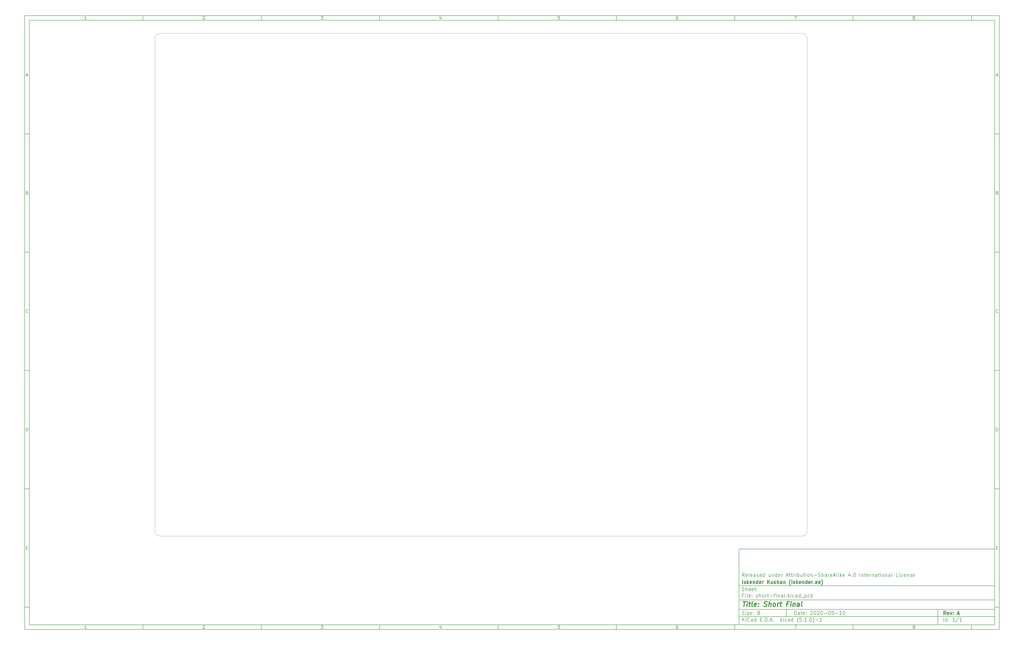
<source format=gbr>
G04 #@! TF.GenerationSoftware,KiCad,Pcbnew,(5.1.0)-1*
G04 #@! TF.CreationDate,2020-05-10T15:52:10-07:00*
G04 #@! TF.ProjectId,short-final,73686f72-742d-4666-996e-616c2e6b6963,A*
G04 #@! TF.SameCoordinates,Original*
G04 #@! TF.FileFunction,Profile,NP*
%FSLAX46Y46*%
G04 Gerber Fmt 4.6, Leading zero omitted, Abs format (unit mm)*
G04 Created by KiCad (PCBNEW (5.1.0)-1) date 2020-05-10 15:52:10*
%MOMM*%
%LPD*%
G04 APERTURE LIST*
%ADD10C,0.100000*%
%ADD11C,0.150000*%
%ADD12C,0.300000*%
%ADD13C,0.400000*%
%ADD14C,0.050000*%
G04 APERTURE END LIST*
D10*
D11*
X311800000Y-235400000D02*
X311800000Y-267400000D01*
X419800000Y-267400000D01*
X419800000Y-235400000D01*
X311800000Y-235400000D01*
D10*
D11*
X10000000Y-10000000D02*
X10000000Y-269400000D01*
X421800000Y-269400000D01*
X421800000Y-10000000D01*
X10000000Y-10000000D01*
D10*
D11*
X12000000Y-12000000D02*
X12000000Y-267400000D01*
X419800000Y-267400000D01*
X419800000Y-12000000D01*
X12000000Y-12000000D01*
D10*
D11*
X60000000Y-12000000D02*
X60000000Y-10000000D01*
D10*
D11*
X110000000Y-12000000D02*
X110000000Y-10000000D01*
D10*
D11*
X160000000Y-12000000D02*
X160000000Y-10000000D01*
D10*
D11*
X210000000Y-12000000D02*
X210000000Y-10000000D01*
D10*
D11*
X260000000Y-12000000D02*
X260000000Y-10000000D01*
D10*
D11*
X310000000Y-12000000D02*
X310000000Y-10000000D01*
D10*
D11*
X360000000Y-12000000D02*
X360000000Y-10000000D01*
D10*
D11*
X410000000Y-12000000D02*
X410000000Y-10000000D01*
D10*
D11*
X36065476Y-11588095D02*
X35322619Y-11588095D01*
X35694047Y-11588095D02*
X35694047Y-10288095D01*
X35570238Y-10473809D01*
X35446428Y-10597619D01*
X35322619Y-10659523D01*
D10*
D11*
X85322619Y-10411904D02*
X85384523Y-10350000D01*
X85508333Y-10288095D01*
X85817857Y-10288095D01*
X85941666Y-10350000D01*
X86003571Y-10411904D01*
X86065476Y-10535714D01*
X86065476Y-10659523D01*
X86003571Y-10845238D01*
X85260714Y-11588095D01*
X86065476Y-11588095D01*
D10*
D11*
X135260714Y-10288095D02*
X136065476Y-10288095D01*
X135632142Y-10783333D01*
X135817857Y-10783333D01*
X135941666Y-10845238D01*
X136003571Y-10907142D01*
X136065476Y-11030952D01*
X136065476Y-11340476D01*
X136003571Y-11464285D01*
X135941666Y-11526190D01*
X135817857Y-11588095D01*
X135446428Y-11588095D01*
X135322619Y-11526190D01*
X135260714Y-11464285D01*
D10*
D11*
X185941666Y-10721428D02*
X185941666Y-11588095D01*
X185632142Y-10226190D02*
X185322619Y-11154761D01*
X186127380Y-11154761D01*
D10*
D11*
X236003571Y-10288095D02*
X235384523Y-10288095D01*
X235322619Y-10907142D01*
X235384523Y-10845238D01*
X235508333Y-10783333D01*
X235817857Y-10783333D01*
X235941666Y-10845238D01*
X236003571Y-10907142D01*
X236065476Y-11030952D01*
X236065476Y-11340476D01*
X236003571Y-11464285D01*
X235941666Y-11526190D01*
X235817857Y-11588095D01*
X235508333Y-11588095D01*
X235384523Y-11526190D01*
X235322619Y-11464285D01*
D10*
D11*
X285941666Y-10288095D02*
X285694047Y-10288095D01*
X285570238Y-10350000D01*
X285508333Y-10411904D01*
X285384523Y-10597619D01*
X285322619Y-10845238D01*
X285322619Y-11340476D01*
X285384523Y-11464285D01*
X285446428Y-11526190D01*
X285570238Y-11588095D01*
X285817857Y-11588095D01*
X285941666Y-11526190D01*
X286003571Y-11464285D01*
X286065476Y-11340476D01*
X286065476Y-11030952D01*
X286003571Y-10907142D01*
X285941666Y-10845238D01*
X285817857Y-10783333D01*
X285570238Y-10783333D01*
X285446428Y-10845238D01*
X285384523Y-10907142D01*
X285322619Y-11030952D01*
D10*
D11*
X335260714Y-10288095D02*
X336127380Y-10288095D01*
X335570238Y-11588095D01*
D10*
D11*
X385570238Y-10845238D02*
X385446428Y-10783333D01*
X385384523Y-10721428D01*
X385322619Y-10597619D01*
X385322619Y-10535714D01*
X385384523Y-10411904D01*
X385446428Y-10350000D01*
X385570238Y-10288095D01*
X385817857Y-10288095D01*
X385941666Y-10350000D01*
X386003571Y-10411904D01*
X386065476Y-10535714D01*
X386065476Y-10597619D01*
X386003571Y-10721428D01*
X385941666Y-10783333D01*
X385817857Y-10845238D01*
X385570238Y-10845238D01*
X385446428Y-10907142D01*
X385384523Y-10969047D01*
X385322619Y-11092857D01*
X385322619Y-11340476D01*
X385384523Y-11464285D01*
X385446428Y-11526190D01*
X385570238Y-11588095D01*
X385817857Y-11588095D01*
X385941666Y-11526190D01*
X386003571Y-11464285D01*
X386065476Y-11340476D01*
X386065476Y-11092857D01*
X386003571Y-10969047D01*
X385941666Y-10907142D01*
X385817857Y-10845238D01*
D10*
D11*
X60000000Y-267400000D02*
X60000000Y-269400000D01*
D10*
D11*
X110000000Y-267400000D02*
X110000000Y-269400000D01*
D10*
D11*
X160000000Y-267400000D02*
X160000000Y-269400000D01*
D10*
D11*
X210000000Y-267400000D02*
X210000000Y-269400000D01*
D10*
D11*
X260000000Y-267400000D02*
X260000000Y-269400000D01*
D10*
D11*
X310000000Y-267400000D02*
X310000000Y-269400000D01*
D10*
D11*
X360000000Y-267400000D02*
X360000000Y-269400000D01*
D10*
D11*
X410000000Y-267400000D02*
X410000000Y-269400000D01*
D10*
D11*
X36065476Y-268988095D02*
X35322619Y-268988095D01*
X35694047Y-268988095D02*
X35694047Y-267688095D01*
X35570238Y-267873809D01*
X35446428Y-267997619D01*
X35322619Y-268059523D01*
D10*
D11*
X85322619Y-267811904D02*
X85384523Y-267750000D01*
X85508333Y-267688095D01*
X85817857Y-267688095D01*
X85941666Y-267750000D01*
X86003571Y-267811904D01*
X86065476Y-267935714D01*
X86065476Y-268059523D01*
X86003571Y-268245238D01*
X85260714Y-268988095D01*
X86065476Y-268988095D01*
D10*
D11*
X135260714Y-267688095D02*
X136065476Y-267688095D01*
X135632142Y-268183333D01*
X135817857Y-268183333D01*
X135941666Y-268245238D01*
X136003571Y-268307142D01*
X136065476Y-268430952D01*
X136065476Y-268740476D01*
X136003571Y-268864285D01*
X135941666Y-268926190D01*
X135817857Y-268988095D01*
X135446428Y-268988095D01*
X135322619Y-268926190D01*
X135260714Y-268864285D01*
D10*
D11*
X185941666Y-268121428D02*
X185941666Y-268988095D01*
X185632142Y-267626190D02*
X185322619Y-268554761D01*
X186127380Y-268554761D01*
D10*
D11*
X236003571Y-267688095D02*
X235384523Y-267688095D01*
X235322619Y-268307142D01*
X235384523Y-268245238D01*
X235508333Y-268183333D01*
X235817857Y-268183333D01*
X235941666Y-268245238D01*
X236003571Y-268307142D01*
X236065476Y-268430952D01*
X236065476Y-268740476D01*
X236003571Y-268864285D01*
X235941666Y-268926190D01*
X235817857Y-268988095D01*
X235508333Y-268988095D01*
X235384523Y-268926190D01*
X235322619Y-268864285D01*
D10*
D11*
X285941666Y-267688095D02*
X285694047Y-267688095D01*
X285570238Y-267750000D01*
X285508333Y-267811904D01*
X285384523Y-267997619D01*
X285322619Y-268245238D01*
X285322619Y-268740476D01*
X285384523Y-268864285D01*
X285446428Y-268926190D01*
X285570238Y-268988095D01*
X285817857Y-268988095D01*
X285941666Y-268926190D01*
X286003571Y-268864285D01*
X286065476Y-268740476D01*
X286065476Y-268430952D01*
X286003571Y-268307142D01*
X285941666Y-268245238D01*
X285817857Y-268183333D01*
X285570238Y-268183333D01*
X285446428Y-268245238D01*
X285384523Y-268307142D01*
X285322619Y-268430952D01*
D10*
D11*
X335260714Y-267688095D02*
X336127380Y-267688095D01*
X335570238Y-268988095D01*
D10*
D11*
X385570238Y-268245238D02*
X385446428Y-268183333D01*
X385384523Y-268121428D01*
X385322619Y-267997619D01*
X385322619Y-267935714D01*
X385384523Y-267811904D01*
X385446428Y-267750000D01*
X385570238Y-267688095D01*
X385817857Y-267688095D01*
X385941666Y-267750000D01*
X386003571Y-267811904D01*
X386065476Y-267935714D01*
X386065476Y-267997619D01*
X386003571Y-268121428D01*
X385941666Y-268183333D01*
X385817857Y-268245238D01*
X385570238Y-268245238D01*
X385446428Y-268307142D01*
X385384523Y-268369047D01*
X385322619Y-268492857D01*
X385322619Y-268740476D01*
X385384523Y-268864285D01*
X385446428Y-268926190D01*
X385570238Y-268988095D01*
X385817857Y-268988095D01*
X385941666Y-268926190D01*
X386003571Y-268864285D01*
X386065476Y-268740476D01*
X386065476Y-268492857D01*
X386003571Y-268369047D01*
X385941666Y-268307142D01*
X385817857Y-268245238D01*
D10*
D11*
X10000000Y-60000000D02*
X12000000Y-60000000D01*
D10*
D11*
X10000000Y-110000000D02*
X12000000Y-110000000D01*
D10*
D11*
X10000000Y-160000000D02*
X12000000Y-160000000D01*
D10*
D11*
X10000000Y-210000000D02*
X12000000Y-210000000D01*
D10*
D11*
X10000000Y-260000000D02*
X12000000Y-260000000D01*
D10*
D11*
X10690476Y-35216666D02*
X11309523Y-35216666D01*
X10566666Y-35588095D02*
X11000000Y-34288095D01*
X11433333Y-35588095D01*
D10*
D11*
X11092857Y-84907142D02*
X11278571Y-84969047D01*
X11340476Y-85030952D01*
X11402380Y-85154761D01*
X11402380Y-85340476D01*
X11340476Y-85464285D01*
X11278571Y-85526190D01*
X11154761Y-85588095D01*
X10659523Y-85588095D01*
X10659523Y-84288095D01*
X11092857Y-84288095D01*
X11216666Y-84350000D01*
X11278571Y-84411904D01*
X11340476Y-84535714D01*
X11340476Y-84659523D01*
X11278571Y-84783333D01*
X11216666Y-84845238D01*
X11092857Y-84907142D01*
X10659523Y-84907142D01*
D10*
D11*
X11402380Y-135464285D02*
X11340476Y-135526190D01*
X11154761Y-135588095D01*
X11030952Y-135588095D01*
X10845238Y-135526190D01*
X10721428Y-135402380D01*
X10659523Y-135278571D01*
X10597619Y-135030952D01*
X10597619Y-134845238D01*
X10659523Y-134597619D01*
X10721428Y-134473809D01*
X10845238Y-134350000D01*
X11030952Y-134288095D01*
X11154761Y-134288095D01*
X11340476Y-134350000D01*
X11402380Y-134411904D01*
D10*
D11*
X10659523Y-185588095D02*
X10659523Y-184288095D01*
X10969047Y-184288095D01*
X11154761Y-184350000D01*
X11278571Y-184473809D01*
X11340476Y-184597619D01*
X11402380Y-184845238D01*
X11402380Y-185030952D01*
X11340476Y-185278571D01*
X11278571Y-185402380D01*
X11154761Y-185526190D01*
X10969047Y-185588095D01*
X10659523Y-185588095D01*
D10*
D11*
X10721428Y-234907142D02*
X11154761Y-234907142D01*
X11340476Y-235588095D02*
X10721428Y-235588095D01*
X10721428Y-234288095D01*
X11340476Y-234288095D01*
D10*
D11*
X421800000Y-60000000D02*
X419800000Y-60000000D01*
D10*
D11*
X421800000Y-110000000D02*
X419800000Y-110000000D01*
D10*
D11*
X421800000Y-160000000D02*
X419800000Y-160000000D01*
D10*
D11*
X421800000Y-210000000D02*
X419800000Y-210000000D01*
D10*
D11*
X421800000Y-260000000D02*
X419800000Y-260000000D01*
D10*
D11*
X420490476Y-35216666D02*
X421109523Y-35216666D01*
X420366666Y-35588095D02*
X420800000Y-34288095D01*
X421233333Y-35588095D01*
D10*
D11*
X420892857Y-84907142D02*
X421078571Y-84969047D01*
X421140476Y-85030952D01*
X421202380Y-85154761D01*
X421202380Y-85340476D01*
X421140476Y-85464285D01*
X421078571Y-85526190D01*
X420954761Y-85588095D01*
X420459523Y-85588095D01*
X420459523Y-84288095D01*
X420892857Y-84288095D01*
X421016666Y-84350000D01*
X421078571Y-84411904D01*
X421140476Y-84535714D01*
X421140476Y-84659523D01*
X421078571Y-84783333D01*
X421016666Y-84845238D01*
X420892857Y-84907142D01*
X420459523Y-84907142D01*
D10*
D11*
X421202380Y-135464285D02*
X421140476Y-135526190D01*
X420954761Y-135588095D01*
X420830952Y-135588095D01*
X420645238Y-135526190D01*
X420521428Y-135402380D01*
X420459523Y-135278571D01*
X420397619Y-135030952D01*
X420397619Y-134845238D01*
X420459523Y-134597619D01*
X420521428Y-134473809D01*
X420645238Y-134350000D01*
X420830952Y-134288095D01*
X420954761Y-134288095D01*
X421140476Y-134350000D01*
X421202380Y-134411904D01*
D10*
D11*
X420459523Y-185588095D02*
X420459523Y-184288095D01*
X420769047Y-184288095D01*
X420954761Y-184350000D01*
X421078571Y-184473809D01*
X421140476Y-184597619D01*
X421202380Y-184845238D01*
X421202380Y-185030952D01*
X421140476Y-185278571D01*
X421078571Y-185402380D01*
X420954761Y-185526190D01*
X420769047Y-185588095D01*
X420459523Y-185588095D01*
D10*
D11*
X420521428Y-234907142D02*
X420954761Y-234907142D01*
X421140476Y-235588095D02*
X420521428Y-235588095D01*
X420521428Y-234288095D01*
X421140476Y-234288095D01*
D10*
D11*
X335232142Y-263178571D02*
X335232142Y-261678571D01*
X335589285Y-261678571D01*
X335803571Y-261750000D01*
X335946428Y-261892857D01*
X336017857Y-262035714D01*
X336089285Y-262321428D01*
X336089285Y-262535714D01*
X336017857Y-262821428D01*
X335946428Y-262964285D01*
X335803571Y-263107142D01*
X335589285Y-263178571D01*
X335232142Y-263178571D01*
X337375000Y-263178571D02*
X337375000Y-262392857D01*
X337303571Y-262250000D01*
X337160714Y-262178571D01*
X336875000Y-262178571D01*
X336732142Y-262250000D01*
X337375000Y-263107142D02*
X337232142Y-263178571D01*
X336875000Y-263178571D01*
X336732142Y-263107142D01*
X336660714Y-262964285D01*
X336660714Y-262821428D01*
X336732142Y-262678571D01*
X336875000Y-262607142D01*
X337232142Y-262607142D01*
X337375000Y-262535714D01*
X337875000Y-262178571D02*
X338446428Y-262178571D01*
X338089285Y-261678571D02*
X338089285Y-262964285D01*
X338160714Y-263107142D01*
X338303571Y-263178571D01*
X338446428Y-263178571D01*
X339517857Y-263107142D02*
X339375000Y-263178571D01*
X339089285Y-263178571D01*
X338946428Y-263107142D01*
X338875000Y-262964285D01*
X338875000Y-262392857D01*
X338946428Y-262250000D01*
X339089285Y-262178571D01*
X339375000Y-262178571D01*
X339517857Y-262250000D01*
X339589285Y-262392857D01*
X339589285Y-262535714D01*
X338875000Y-262678571D01*
X340232142Y-263035714D02*
X340303571Y-263107142D01*
X340232142Y-263178571D01*
X340160714Y-263107142D01*
X340232142Y-263035714D01*
X340232142Y-263178571D01*
X340232142Y-262250000D02*
X340303571Y-262321428D01*
X340232142Y-262392857D01*
X340160714Y-262321428D01*
X340232142Y-262250000D01*
X340232142Y-262392857D01*
X342017857Y-261821428D02*
X342089285Y-261750000D01*
X342232142Y-261678571D01*
X342589285Y-261678571D01*
X342732142Y-261750000D01*
X342803571Y-261821428D01*
X342875000Y-261964285D01*
X342875000Y-262107142D01*
X342803571Y-262321428D01*
X341946428Y-263178571D01*
X342875000Y-263178571D01*
X343803571Y-261678571D02*
X343946428Y-261678571D01*
X344089285Y-261750000D01*
X344160714Y-261821428D01*
X344232142Y-261964285D01*
X344303571Y-262250000D01*
X344303571Y-262607142D01*
X344232142Y-262892857D01*
X344160714Y-263035714D01*
X344089285Y-263107142D01*
X343946428Y-263178571D01*
X343803571Y-263178571D01*
X343660714Y-263107142D01*
X343589285Y-263035714D01*
X343517857Y-262892857D01*
X343446428Y-262607142D01*
X343446428Y-262250000D01*
X343517857Y-261964285D01*
X343589285Y-261821428D01*
X343660714Y-261750000D01*
X343803571Y-261678571D01*
X344875000Y-261821428D02*
X344946428Y-261750000D01*
X345089285Y-261678571D01*
X345446428Y-261678571D01*
X345589285Y-261750000D01*
X345660714Y-261821428D01*
X345732142Y-261964285D01*
X345732142Y-262107142D01*
X345660714Y-262321428D01*
X344803571Y-263178571D01*
X345732142Y-263178571D01*
X346660714Y-261678571D02*
X346803571Y-261678571D01*
X346946428Y-261750000D01*
X347017857Y-261821428D01*
X347089285Y-261964285D01*
X347160714Y-262250000D01*
X347160714Y-262607142D01*
X347089285Y-262892857D01*
X347017857Y-263035714D01*
X346946428Y-263107142D01*
X346803571Y-263178571D01*
X346660714Y-263178571D01*
X346517857Y-263107142D01*
X346446428Y-263035714D01*
X346375000Y-262892857D01*
X346303571Y-262607142D01*
X346303571Y-262250000D01*
X346375000Y-261964285D01*
X346446428Y-261821428D01*
X346517857Y-261750000D01*
X346660714Y-261678571D01*
X347803571Y-262607142D02*
X348946428Y-262607142D01*
X349946428Y-261678571D02*
X350089285Y-261678571D01*
X350232142Y-261750000D01*
X350303571Y-261821428D01*
X350375000Y-261964285D01*
X350446428Y-262250000D01*
X350446428Y-262607142D01*
X350375000Y-262892857D01*
X350303571Y-263035714D01*
X350232142Y-263107142D01*
X350089285Y-263178571D01*
X349946428Y-263178571D01*
X349803571Y-263107142D01*
X349732142Y-263035714D01*
X349660714Y-262892857D01*
X349589285Y-262607142D01*
X349589285Y-262250000D01*
X349660714Y-261964285D01*
X349732142Y-261821428D01*
X349803571Y-261750000D01*
X349946428Y-261678571D01*
X351803571Y-261678571D02*
X351089285Y-261678571D01*
X351017857Y-262392857D01*
X351089285Y-262321428D01*
X351232142Y-262250000D01*
X351589285Y-262250000D01*
X351732142Y-262321428D01*
X351803571Y-262392857D01*
X351875000Y-262535714D01*
X351875000Y-262892857D01*
X351803571Y-263035714D01*
X351732142Y-263107142D01*
X351589285Y-263178571D01*
X351232142Y-263178571D01*
X351089285Y-263107142D01*
X351017857Y-263035714D01*
X352517857Y-262607142D02*
X353660714Y-262607142D01*
X355160714Y-263178571D02*
X354303571Y-263178571D01*
X354732142Y-263178571D02*
X354732142Y-261678571D01*
X354589285Y-261892857D01*
X354446428Y-262035714D01*
X354303571Y-262107142D01*
X356089285Y-261678571D02*
X356232142Y-261678571D01*
X356375000Y-261750000D01*
X356446428Y-261821428D01*
X356517857Y-261964285D01*
X356589285Y-262250000D01*
X356589285Y-262607142D01*
X356517857Y-262892857D01*
X356446428Y-263035714D01*
X356375000Y-263107142D01*
X356232142Y-263178571D01*
X356089285Y-263178571D01*
X355946428Y-263107142D01*
X355875000Y-263035714D01*
X355803571Y-262892857D01*
X355732142Y-262607142D01*
X355732142Y-262250000D01*
X355803571Y-261964285D01*
X355875000Y-261821428D01*
X355946428Y-261750000D01*
X356089285Y-261678571D01*
D10*
D11*
X311800000Y-263900000D02*
X419800000Y-263900000D01*
D10*
D11*
X313232142Y-265978571D02*
X313232142Y-264478571D01*
X314089285Y-265978571D02*
X313446428Y-265121428D01*
X314089285Y-264478571D02*
X313232142Y-265335714D01*
X314732142Y-265978571D02*
X314732142Y-264978571D01*
X314732142Y-264478571D02*
X314660714Y-264550000D01*
X314732142Y-264621428D01*
X314803571Y-264550000D01*
X314732142Y-264478571D01*
X314732142Y-264621428D01*
X316303571Y-265835714D02*
X316232142Y-265907142D01*
X316017857Y-265978571D01*
X315875000Y-265978571D01*
X315660714Y-265907142D01*
X315517857Y-265764285D01*
X315446428Y-265621428D01*
X315375000Y-265335714D01*
X315375000Y-265121428D01*
X315446428Y-264835714D01*
X315517857Y-264692857D01*
X315660714Y-264550000D01*
X315875000Y-264478571D01*
X316017857Y-264478571D01*
X316232142Y-264550000D01*
X316303571Y-264621428D01*
X317589285Y-265978571D02*
X317589285Y-265192857D01*
X317517857Y-265050000D01*
X317375000Y-264978571D01*
X317089285Y-264978571D01*
X316946428Y-265050000D01*
X317589285Y-265907142D02*
X317446428Y-265978571D01*
X317089285Y-265978571D01*
X316946428Y-265907142D01*
X316875000Y-265764285D01*
X316875000Y-265621428D01*
X316946428Y-265478571D01*
X317089285Y-265407142D01*
X317446428Y-265407142D01*
X317589285Y-265335714D01*
X318946428Y-265978571D02*
X318946428Y-264478571D01*
X318946428Y-265907142D02*
X318803571Y-265978571D01*
X318517857Y-265978571D01*
X318375000Y-265907142D01*
X318303571Y-265835714D01*
X318232142Y-265692857D01*
X318232142Y-265264285D01*
X318303571Y-265121428D01*
X318375000Y-265050000D01*
X318517857Y-264978571D01*
X318803571Y-264978571D01*
X318946428Y-265050000D01*
X320803571Y-265192857D02*
X321303571Y-265192857D01*
X321517857Y-265978571D02*
X320803571Y-265978571D01*
X320803571Y-264478571D01*
X321517857Y-264478571D01*
X322160714Y-265835714D02*
X322232142Y-265907142D01*
X322160714Y-265978571D01*
X322089285Y-265907142D01*
X322160714Y-265835714D01*
X322160714Y-265978571D01*
X322875000Y-265978571D02*
X322875000Y-264478571D01*
X323232142Y-264478571D01*
X323446428Y-264550000D01*
X323589285Y-264692857D01*
X323660714Y-264835714D01*
X323732142Y-265121428D01*
X323732142Y-265335714D01*
X323660714Y-265621428D01*
X323589285Y-265764285D01*
X323446428Y-265907142D01*
X323232142Y-265978571D01*
X322875000Y-265978571D01*
X324375000Y-265835714D02*
X324446428Y-265907142D01*
X324375000Y-265978571D01*
X324303571Y-265907142D01*
X324375000Y-265835714D01*
X324375000Y-265978571D01*
X325017857Y-265550000D02*
X325732142Y-265550000D01*
X324875000Y-265978571D02*
X325375000Y-264478571D01*
X325875000Y-265978571D01*
X326375000Y-265835714D02*
X326446428Y-265907142D01*
X326375000Y-265978571D01*
X326303571Y-265907142D01*
X326375000Y-265835714D01*
X326375000Y-265978571D01*
X329375000Y-265978571D02*
X329375000Y-264478571D01*
X329517857Y-265407142D02*
X329946428Y-265978571D01*
X329946428Y-264978571D02*
X329375000Y-265550000D01*
X330589285Y-265978571D02*
X330589285Y-264978571D01*
X330589285Y-264478571D02*
X330517857Y-264550000D01*
X330589285Y-264621428D01*
X330660714Y-264550000D01*
X330589285Y-264478571D01*
X330589285Y-264621428D01*
X331946428Y-265907142D02*
X331803571Y-265978571D01*
X331517857Y-265978571D01*
X331375000Y-265907142D01*
X331303571Y-265835714D01*
X331232142Y-265692857D01*
X331232142Y-265264285D01*
X331303571Y-265121428D01*
X331375000Y-265050000D01*
X331517857Y-264978571D01*
X331803571Y-264978571D01*
X331946428Y-265050000D01*
X333232142Y-265978571D02*
X333232142Y-265192857D01*
X333160714Y-265050000D01*
X333017857Y-264978571D01*
X332732142Y-264978571D01*
X332589285Y-265050000D01*
X333232142Y-265907142D02*
X333089285Y-265978571D01*
X332732142Y-265978571D01*
X332589285Y-265907142D01*
X332517857Y-265764285D01*
X332517857Y-265621428D01*
X332589285Y-265478571D01*
X332732142Y-265407142D01*
X333089285Y-265407142D01*
X333232142Y-265335714D01*
X334589285Y-265978571D02*
X334589285Y-264478571D01*
X334589285Y-265907142D02*
X334446428Y-265978571D01*
X334160714Y-265978571D01*
X334017857Y-265907142D01*
X333946428Y-265835714D01*
X333875000Y-265692857D01*
X333875000Y-265264285D01*
X333946428Y-265121428D01*
X334017857Y-265050000D01*
X334160714Y-264978571D01*
X334446428Y-264978571D01*
X334589285Y-265050000D01*
X336875000Y-266550000D02*
X336803571Y-266478571D01*
X336660714Y-266264285D01*
X336589285Y-266121428D01*
X336517857Y-265907142D01*
X336446428Y-265550000D01*
X336446428Y-265264285D01*
X336517857Y-264907142D01*
X336589285Y-264692857D01*
X336660714Y-264550000D01*
X336803571Y-264335714D01*
X336875000Y-264264285D01*
X338160714Y-264478571D02*
X337446428Y-264478571D01*
X337375000Y-265192857D01*
X337446428Y-265121428D01*
X337589285Y-265050000D01*
X337946428Y-265050000D01*
X338089285Y-265121428D01*
X338160714Y-265192857D01*
X338232142Y-265335714D01*
X338232142Y-265692857D01*
X338160714Y-265835714D01*
X338089285Y-265907142D01*
X337946428Y-265978571D01*
X337589285Y-265978571D01*
X337446428Y-265907142D01*
X337375000Y-265835714D01*
X338875000Y-265835714D02*
X338946428Y-265907142D01*
X338875000Y-265978571D01*
X338803571Y-265907142D01*
X338875000Y-265835714D01*
X338875000Y-265978571D01*
X340375000Y-265978571D02*
X339517857Y-265978571D01*
X339946428Y-265978571D02*
X339946428Y-264478571D01*
X339803571Y-264692857D01*
X339660714Y-264835714D01*
X339517857Y-264907142D01*
X341017857Y-265835714D02*
X341089285Y-265907142D01*
X341017857Y-265978571D01*
X340946428Y-265907142D01*
X341017857Y-265835714D01*
X341017857Y-265978571D01*
X342017857Y-264478571D02*
X342160714Y-264478571D01*
X342303571Y-264550000D01*
X342375000Y-264621428D01*
X342446428Y-264764285D01*
X342517857Y-265050000D01*
X342517857Y-265407142D01*
X342446428Y-265692857D01*
X342375000Y-265835714D01*
X342303571Y-265907142D01*
X342160714Y-265978571D01*
X342017857Y-265978571D01*
X341875000Y-265907142D01*
X341803571Y-265835714D01*
X341732142Y-265692857D01*
X341660714Y-265407142D01*
X341660714Y-265050000D01*
X341732142Y-264764285D01*
X341803571Y-264621428D01*
X341875000Y-264550000D01*
X342017857Y-264478571D01*
X343017857Y-266550000D02*
X343089285Y-266478571D01*
X343232142Y-266264285D01*
X343303571Y-266121428D01*
X343375000Y-265907142D01*
X343446428Y-265550000D01*
X343446428Y-265264285D01*
X343375000Y-264907142D01*
X343303571Y-264692857D01*
X343232142Y-264550000D01*
X343089285Y-264335714D01*
X343017857Y-264264285D01*
X344160714Y-265407142D02*
X345303571Y-265407142D01*
X346803571Y-265978571D02*
X345946428Y-265978571D01*
X346375000Y-265978571D02*
X346375000Y-264478571D01*
X346232142Y-264692857D01*
X346089285Y-264835714D01*
X345946428Y-264907142D01*
D10*
D11*
X311800000Y-260900000D02*
X419800000Y-260900000D01*
D10*
D12*
X399209285Y-263178571D02*
X398709285Y-262464285D01*
X398352142Y-263178571D02*
X398352142Y-261678571D01*
X398923571Y-261678571D01*
X399066428Y-261750000D01*
X399137857Y-261821428D01*
X399209285Y-261964285D01*
X399209285Y-262178571D01*
X399137857Y-262321428D01*
X399066428Y-262392857D01*
X398923571Y-262464285D01*
X398352142Y-262464285D01*
X400423571Y-263107142D02*
X400280714Y-263178571D01*
X399995000Y-263178571D01*
X399852142Y-263107142D01*
X399780714Y-262964285D01*
X399780714Y-262392857D01*
X399852142Y-262250000D01*
X399995000Y-262178571D01*
X400280714Y-262178571D01*
X400423571Y-262250000D01*
X400495000Y-262392857D01*
X400495000Y-262535714D01*
X399780714Y-262678571D01*
X400995000Y-262178571D02*
X401352142Y-263178571D01*
X401709285Y-262178571D01*
X402280714Y-263035714D02*
X402352142Y-263107142D01*
X402280714Y-263178571D01*
X402209285Y-263107142D01*
X402280714Y-263035714D01*
X402280714Y-263178571D01*
X402280714Y-262250000D02*
X402352142Y-262321428D01*
X402280714Y-262392857D01*
X402209285Y-262321428D01*
X402280714Y-262250000D01*
X402280714Y-262392857D01*
X404066428Y-262750000D02*
X404780714Y-262750000D01*
X403923571Y-263178571D02*
X404423571Y-261678571D01*
X404923571Y-263178571D01*
D10*
D11*
X313160714Y-263107142D02*
X313375000Y-263178571D01*
X313732142Y-263178571D01*
X313875000Y-263107142D01*
X313946428Y-263035714D01*
X314017857Y-262892857D01*
X314017857Y-262750000D01*
X313946428Y-262607142D01*
X313875000Y-262535714D01*
X313732142Y-262464285D01*
X313446428Y-262392857D01*
X313303571Y-262321428D01*
X313232142Y-262250000D01*
X313160714Y-262107142D01*
X313160714Y-261964285D01*
X313232142Y-261821428D01*
X313303571Y-261750000D01*
X313446428Y-261678571D01*
X313803571Y-261678571D01*
X314017857Y-261750000D01*
X314660714Y-263178571D02*
X314660714Y-262178571D01*
X314660714Y-261678571D02*
X314589285Y-261750000D01*
X314660714Y-261821428D01*
X314732142Y-261750000D01*
X314660714Y-261678571D01*
X314660714Y-261821428D01*
X315232142Y-262178571D02*
X316017857Y-262178571D01*
X315232142Y-263178571D01*
X316017857Y-263178571D01*
X317160714Y-263107142D02*
X317017857Y-263178571D01*
X316732142Y-263178571D01*
X316589285Y-263107142D01*
X316517857Y-262964285D01*
X316517857Y-262392857D01*
X316589285Y-262250000D01*
X316732142Y-262178571D01*
X317017857Y-262178571D01*
X317160714Y-262250000D01*
X317232142Y-262392857D01*
X317232142Y-262535714D01*
X316517857Y-262678571D01*
X317875000Y-263035714D02*
X317946428Y-263107142D01*
X317875000Y-263178571D01*
X317803571Y-263107142D01*
X317875000Y-263035714D01*
X317875000Y-263178571D01*
X317875000Y-262250000D02*
X317946428Y-262321428D01*
X317875000Y-262392857D01*
X317803571Y-262321428D01*
X317875000Y-262250000D01*
X317875000Y-262392857D01*
X320232142Y-262392857D02*
X320446428Y-262464285D01*
X320517857Y-262535714D01*
X320589285Y-262678571D01*
X320589285Y-262892857D01*
X320517857Y-263035714D01*
X320446428Y-263107142D01*
X320303571Y-263178571D01*
X319732142Y-263178571D01*
X319732142Y-261678571D01*
X320232142Y-261678571D01*
X320375000Y-261750000D01*
X320446428Y-261821428D01*
X320517857Y-261964285D01*
X320517857Y-262107142D01*
X320446428Y-262250000D01*
X320375000Y-262321428D01*
X320232142Y-262392857D01*
X319732142Y-262392857D01*
D10*
D11*
X398232142Y-265978571D02*
X398232142Y-264478571D01*
X399589285Y-265978571D02*
X399589285Y-264478571D01*
X399589285Y-265907142D02*
X399446428Y-265978571D01*
X399160714Y-265978571D01*
X399017857Y-265907142D01*
X398946428Y-265835714D01*
X398875000Y-265692857D01*
X398875000Y-265264285D01*
X398946428Y-265121428D01*
X399017857Y-265050000D01*
X399160714Y-264978571D01*
X399446428Y-264978571D01*
X399589285Y-265050000D01*
X400303571Y-265835714D02*
X400375000Y-265907142D01*
X400303571Y-265978571D01*
X400232142Y-265907142D01*
X400303571Y-265835714D01*
X400303571Y-265978571D01*
X400303571Y-265050000D02*
X400375000Y-265121428D01*
X400303571Y-265192857D01*
X400232142Y-265121428D01*
X400303571Y-265050000D01*
X400303571Y-265192857D01*
X402946428Y-265978571D02*
X402089285Y-265978571D01*
X402517857Y-265978571D02*
X402517857Y-264478571D01*
X402375000Y-264692857D01*
X402232142Y-264835714D01*
X402089285Y-264907142D01*
X404660714Y-264407142D02*
X403375000Y-266335714D01*
X405946428Y-265978571D02*
X405089285Y-265978571D01*
X405517857Y-265978571D02*
X405517857Y-264478571D01*
X405375000Y-264692857D01*
X405232142Y-264835714D01*
X405089285Y-264907142D01*
D10*
D11*
X311800000Y-256900000D02*
X419800000Y-256900000D01*
D10*
D13*
X313512380Y-257604761D02*
X314655238Y-257604761D01*
X313833809Y-259604761D02*
X314083809Y-257604761D01*
X315071904Y-259604761D02*
X315238571Y-258271428D01*
X315321904Y-257604761D02*
X315214761Y-257700000D01*
X315298095Y-257795238D01*
X315405238Y-257700000D01*
X315321904Y-257604761D01*
X315298095Y-257795238D01*
X315905238Y-258271428D02*
X316667142Y-258271428D01*
X316274285Y-257604761D02*
X316060000Y-259319047D01*
X316131428Y-259509523D01*
X316310000Y-259604761D01*
X316500476Y-259604761D01*
X317452857Y-259604761D02*
X317274285Y-259509523D01*
X317202857Y-259319047D01*
X317417142Y-257604761D01*
X318988571Y-259509523D02*
X318786190Y-259604761D01*
X318405238Y-259604761D01*
X318226666Y-259509523D01*
X318155238Y-259319047D01*
X318250476Y-258557142D01*
X318369523Y-258366666D01*
X318571904Y-258271428D01*
X318952857Y-258271428D01*
X319131428Y-258366666D01*
X319202857Y-258557142D01*
X319179047Y-258747619D01*
X318202857Y-258938095D01*
X319952857Y-259414285D02*
X320036190Y-259509523D01*
X319929047Y-259604761D01*
X319845714Y-259509523D01*
X319952857Y-259414285D01*
X319929047Y-259604761D01*
X320083809Y-258366666D02*
X320167142Y-258461904D01*
X320060000Y-258557142D01*
X319976666Y-258461904D01*
X320083809Y-258366666D01*
X320060000Y-258557142D01*
X322321904Y-259509523D02*
X322595714Y-259604761D01*
X323071904Y-259604761D01*
X323274285Y-259509523D01*
X323381428Y-259414285D01*
X323500476Y-259223809D01*
X323524285Y-259033333D01*
X323452857Y-258842857D01*
X323369523Y-258747619D01*
X323190952Y-258652380D01*
X322821904Y-258557142D01*
X322643333Y-258461904D01*
X322560000Y-258366666D01*
X322488571Y-258176190D01*
X322512380Y-257985714D01*
X322631428Y-257795238D01*
X322738571Y-257700000D01*
X322940952Y-257604761D01*
X323417142Y-257604761D01*
X323690952Y-257700000D01*
X324310000Y-259604761D02*
X324560000Y-257604761D01*
X325167142Y-259604761D02*
X325298095Y-258557142D01*
X325226666Y-258366666D01*
X325048095Y-258271428D01*
X324762380Y-258271428D01*
X324560000Y-258366666D01*
X324452857Y-258461904D01*
X326405238Y-259604761D02*
X326226666Y-259509523D01*
X326143333Y-259414285D01*
X326071904Y-259223809D01*
X326143333Y-258652380D01*
X326262380Y-258461904D01*
X326369523Y-258366666D01*
X326571904Y-258271428D01*
X326857619Y-258271428D01*
X327036190Y-258366666D01*
X327119523Y-258461904D01*
X327190952Y-258652380D01*
X327119523Y-259223809D01*
X327000476Y-259414285D01*
X326893333Y-259509523D01*
X326690952Y-259604761D01*
X326405238Y-259604761D01*
X327929047Y-259604761D02*
X328095714Y-258271428D01*
X328048095Y-258652380D02*
X328167142Y-258461904D01*
X328274285Y-258366666D01*
X328476666Y-258271428D01*
X328667142Y-258271428D01*
X329048095Y-258271428D02*
X329810000Y-258271428D01*
X329417142Y-257604761D02*
X329202857Y-259319047D01*
X329274285Y-259509523D01*
X329452857Y-259604761D01*
X329643333Y-259604761D01*
X332631428Y-258557142D02*
X331964761Y-258557142D01*
X331833809Y-259604761D02*
X332083809Y-257604761D01*
X333036190Y-257604761D01*
X333548095Y-259604761D02*
X333714761Y-258271428D01*
X333798095Y-257604761D02*
X333690952Y-257700000D01*
X333774285Y-257795238D01*
X333881428Y-257700000D01*
X333798095Y-257604761D01*
X333774285Y-257795238D01*
X334667142Y-258271428D02*
X334500476Y-259604761D01*
X334643333Y-258461904D02*
X334750476Y-258366666D01*
X334952857Y-258271428D01*
X335238571Y-258271428D01*
X335417142Y-258366666D01*
X335488571Y-258557142D01*
X335357619Y-259604761D01*
X337167142Y-259604761D02*
X337298095Y-258557142D01*
X337226666Y-258366666D01*
X337048095Y-258271428D01*
X336667142Y-258271428D01*
X336464761Y-258366666D01*
X337179047Y-259509523D02*
X336976666Y-259604761D01*
X336500476Y-259604761D01*
X336321904Y-259509523D01*
X336250476Y-259319047D01*
X336274285Y-259128571D01*
X336393333Y-258938095D01*
X336595714Y-258842857D01*
X337071904Y-258842857D01*
X337274285Y-258747619D01*
X338405238Y-259604761D02*
X338226666Y-259509523D01*
X338155238Y-259319047D01*
X338369523Y-257604761D01*
D10*
D11*
X313732142Y-254992857D02*
X313232142Y-254992857D01*
X313232142Y-255778571D02*
X313232142Y-254278571D01*
X313946428Y-254278571D01*
X314517857Y-255778571D02*
X314517857Y-254778571D01*
X314517857Y-254278571D02*
X314446428Y-254350000D01*
X314517857Y-254421428D01*
X314589285Y-254350000D01*
X314517857Y-254278571D01*
X314517857Y-254421428D01*
X315446428Y-255778571D02*
X315303571Y-255707142D01*
X315232142Y-255564285D01*
X315232142Y-254278571D01*
X316589285Y-255707142D02*
X316446428Y-255778571D01*
X316160714Y-255778571D01*
X316017857Y-255707142D01*
X315946428Y-255564285D01*
X315946428Y-254992857D01*
X316017857Y-254850000D01*
X316160714Y-254778571D01*
X316446428Y-254778571D01*
X316589285Y-254850000D01*
X316660714Y-254992857D01*
X316660714Y-255135714D01*
X315946428Y-255278571D01*
X317303571Y-255635714D02*
X317375000Y-255707142D01*
X317303571Y-255778571D01*
X317232142Y-255707142D01*
X317303571Y-255635714D01*
X317303571Y-255778571D01*
X317303571Y-254850000D02*
X317375000Y-254921428D01*
X317303571Y-254992857D01*
X317232142Y-254921428D01*
X317303571Y-254850000D01*
X317303571Y-254992857D01*
X319089285Y-255707142D02*
X319232142Y-255778571D01*
X319517857Y-255778571D01*
X319660714Y-255707142D01*
X319732142Y-255564285D01*
X319732142Y-255492857D01*
X319660714Y-255350000D01*
X319517857Y-255278571D01*
X319303571Y-255278571D01*
X319160714Y-255207142D01*
X319089285Y-255064285D01*
X319089285Y-254992857D01*
X319160714Y-254850000D01*
X319303571Y-254778571D01*
X319517857Y-254778571D01*
X319660714Y-254850000D01*
X320375000Y-255778571D02*
X320375000Y-254278571D01*
X321017857Y-255778571D02*
X321017857Y-254992857D01*
X320946428Y-254850000D01*
X320803571Y-254778571D01*
X320589285Y-254778571D01*
X320446428Y-254850000D01*
X320375000Y-254921428D01*
X321946428Y-255778571D02*
X321803571Y-255707142D01*
X321732142Y-255635714D01*
X321660714Y-255492857D01*
X321660714Y-255064285D01*
X321732142Y-254921428D01*
X321803571Y-254850000D01*
X321946428Y-254778571D01*
X322160714Y-254778571D01*
X322303571Y-254850000D01*
X322375000Y-254921428D01*
X322446428Y-255064285D01*
X322446428Y-255492857D01*
X322375000Y-255635714D01*
X322303571Y-255707142D01*
X322160714Y-255778571D01*
X321946428Y-255778571D01*
X323089285Y-255778571D02*
X323089285Y-254778571D01*
X323089285Y-255064285D02*
X323160714Y-254921428D01*
X323232142Y-254850000D01*
X323375000Y-254778571D01*
X323517857Y-254778571D01*
X323803571Y-254778571D02*
X324375000Y-254778571D01*
X324017857Y-254278571D02*
X324017857Y-255564285D01*
X324089285Y-255707142D01*
X324232142Y-255778571D01*
X324375000Y-255778571D01*
X324875000Y-255207142D02*
X326017857Y-255207142D01*
X326517857Y-254778571D02*
X327089285Y-254778571D01*
X326732142Y-255778571D02*
X326732142Y-254492857D01*
X326803571Y-254350000D01*
X326946428Y-254278571D01*
X327089285Y-254278571D01*
X327589285Y-255778571D02*
X327589285Y-254778571D01*
X327589285Y-254278571D02*
X327517857Y-254350000D01*
X327589285Y-254421428D01*
X327660714Y-254350000D01*
X327589285Y-254278571D01*
X327589285Y-254421428D01*
X328303571Y-254778571D02*
X328303571Y-255778571D01*
X328303571Y-254921428D02*
X328375000Y-254850000D01*
X328517857Y-254778571D01*
X328732142Y-254778571D01*
X328875000Y-254850000D01*
X328946428Y-254992857D01*
X328946428Y-255778571D01*
X330303571Y-255778571D02*
X330303571Y-254992857D01*
X330232142Y-254850000D01*
X330089285Y-254778571D01*
X329803571Y-254778571D01*
X329660714Y-254850000D01*
X330303571Y-255707142D02*
X330160714Y-255778571D01*
X329803571Y-255778571D01*
X329660714Y-255707142D01*
X329589285Y-255564285D01*
X329589285Y-255421428D01*
X329660714Y-255278571D01*
X329803571Y-255207142D01*
X330160714Y-255207142D01*
X330303571Y-255135714D01*
X331232142Y-255778571D02*
X331089285Y-255707142D01*
X331017857Y-255564285D01*
X331017857Y-254278571D01*
X331803571Y-255635714D02*
X331875000Y-255707142D01*
X331803571Y-255778571D01*
X331732142Y-255707142D01*
X331803571Y-255635714D01*
X331803571Y-255778571D01*
X332517857Y-255778571D02*
X332517857Y-254278571D01*
X332660714Y-255207142D02*
X333089285Y-255778571D01*
X333089285Y-254778571D02*
X332517857Y-255350000D01*
X333732142Y-255778571D02*
X333732142Y-254778571D01*
X333732142Y-254278571D02*
X333660714Y-254350000D01*
X333732142Y-254421428D01*
X333803571Y-254350000D01*
X333732142Y-254278571D01*
X333732142Y-254421428D01*
X335089285Y-255707142D02*
X334946428Y-255778571D01*
X334660714Y-255778571D01*
X334517857Y-255707142D01*
X334446428Y-255635714D01*
X334375000Y-255492857D01*
X334375000Y-255064285D01*
X334446428Y-254921428D01*
X334517857Y-254850000D01*
X334660714Y-254778571D01*
X334946428Y-254778571D01*
X335089285Y-254850000D01*
X336375000Y-255778571D02*
X336375000Y-254992857D01*
X336303571Y-254850000D01*
X336160714Y-254778571D01*
X335875000Y-254778571D01*
X335732142Y-254850000D01*
X336375000Y-255707142D02*
X336232142Y-255778571D01*
X335875000Y-255778571D01*
X335732142Y-255707142D01*
X335660714Y-255564285D01*
X335660714Y-255421428D01*
X335732142Y-255278571D01*
X335875000Y-255207142D01*
X336232142Y-255207142D01*
X336375000Y-255135714D01*
X337732142Y-255778571D02*
X337732142Y-254278571D01*
X337732142Y-255707142D02*
X337589285Y-255778571D01*
X337303571Y-255778571D01*
X337160714Y-255707142D01*
X337089285Y-255635714D01*
X337017857Y-255492857D01*
X337017857Y-255064285D01*
X337089285Y-254921428D01*
X337160714Y-254850000D01*
X337303571Y-254778571D01*
X337589285Y-254778571D01*
X337732142Y-254850000D01*
X338089285Y-255921428D02*
X339232142Y-255921428D01*
X339589285Y-254778571D02*
X339589285Y-256278571D01*
X339589285Y-254850000D02*
X339732142Y-254778571D01*
X340017857Y-254778571D01*
X340160714Y-254850000D01*
X340232142Y-254921428D01*
X340303571Y-255064285D01*
X340303571Y-255492857D01*
X340232142Y-255635714D01*
X340160714Y-255707142D01*
X340017857Y-255778571D01*
X339732142Y-255778571D01*
X339589285Y-255707142D01*
X341589285Y-255707142D02*
X341446428Y-255778571D01*
X341160714Y-255778571D01*
X341017857Y-255707142D01*
X340946428Y-255635714D01*
X340875000Y-255492857D01*
X340875000Y-255064285D01*
X340946428Y-254921428D01*
X341017857Y-254850000D01*
X341160714Y-254778571D01*
X341446428Y-254778571D01*
X341589285Y-254850000D01*
X342232142Y-255778571D02*
X342232142Y-254278571D01*
X342232142Y-254850000D02*
X342375000Y-254778571D01*
X342660714Y-254778571D01*
X342803571Y-254850000D01*
X342875000Y-254921428D01*
X342946428Y-255064285D01*
X342946428Y-255492857D01*
X342875000Y-255635714D01*
X342803571Y-255707142D01*
X342660714Y-255778571D01*
X342375000Y-255778571D01*
X342232142Y-255707142D01*
D10*
D11*
X311800000Y-250900000D02*
X419800000Y-250900000D01*
D10*
D11*
X313160714Y-253007142D02*
X313375000Y-253078571D01*
X313732142Y-253078571D01*
X313875000Y-253007142D01*
X313946428Y-252935714D01*
X314017857Y-252792857D01*
X314017857Y-252650000D01*
X313946428Y-252507142D01*
X313875000Y-252435714D01*
X313732142Y-252364285D01*
X313446428Y-252292857D01*
X313303571Y-252221428D01*
X313232142Y-252150000D01*
X313160714Y-252007142D01*
X313160714Y-251864285D01*
X313232142Y-251721428D01*
X313303571Y-251650000D01*
X313446428Y-251578571D01*
X313803571Y-251578571D01*
X314017857Y-251650000D01*
X314660714Y-253078571D02*
X314660714Y-251578571D01*
X315303571Y-253078571D02*
X315303571Y-252292857D01*
X315232142Y-252150000D01*
X315089285Y-252078571D01*
X314875000Y-252078571D01*
X314732142Y-252150000D01*
X314660714Y-252221428D01*
X316589285Y-253007142D02*
X316446428Y-253078571D01*
X316160714Y-253078571D01*
X316017857Y-253007142D01*
X315946428Y-252864285D01*
X315946428Y-252292857D01*
X316017857Y-252150000D01*
X316160714Y-252078571D01*
X316446428Y-252078571D01*
X316589285Y-252150000D01*
X316660714Y-252292857D01*
X316660714Y-252435714D01*
X315946428Y-252578571D01*
X317875000Y-253007142D02*
X317732142Y-253078571D01*
X317446428Y-253078571D01*
X317303571Y-253007142D01*
X317232142Y-252864285D01*
X317232142Y-252292857D01*
X317303571Y-252150000D01*
X317446428Y-252078571D01*
X317732142Y-252078571D01*
X317875000Y-252150000D01*
X317946428Y-252292857D01*
X317946428Y-252435714D01*
X317232142Y-252578571D01*
X318375000Y-252078571D02*
X318946428Y-252078571D01*
X318589285Y-251578571D02*
X318589285Y-252864285D01*
X318660714Y-253007142D01*
X318803571Y-253078571D01*
X318946428Y-253078571D01*
X319446428Y-252935714D02*
X319517857Y-253007142D01*
X319446428Y-253078571D01*
X319375000Y-253007142D01*
X319446428Y-252935714D01*
X319446428Y-253078571D01*
X319446428Y-252150000D02*
X319517857Y-252221428D01*
X319446428Y-252292857D01*
X319375000Y-252221428D01*
X319446428Y-252150000D01*
X319446428Y-252292857D01*
D10*
D12*
X313352142Y-250078571D02*
X313352142Y-248578571D01*
X313995000Y-250007142D02*
X314137857Y-250078571D01*
X314423571Y-250078571D01*
X314566428Y-250007142D01*
X314637857Y-249864285D01*
X314637857Y-249792857D01*
X314566428Y-249650000D01*
X314423571Y-249578571D01*
X314209285Y-249578571D01*
X314066428Y-249507142D01*
X313995000Y-249364285D01*
X313995000Y-249292857D01*
X314066428Y-249150000D01*
X314209285Y-249078571D01*
X314423571Y-249078571D01*
X314566428Y-249150000D01*
X315280714Y-250078571D02*
X315280714Y-248578571D01*
X315423571Y-249507142D02*
X315852142Y-250078571D01*
X315852142Y-249078571D02*
X315280714Y-249650000D01*
X317066428Y-250007142D02*
X316923571Y-250078571D01*
X316637857Y-250078571D01*
X316495000Y-250007142D01*
X316423571Y-249864285D01*
X316423571Y-249292857D01*
X316495000Y-249150000D01*
X316637857Y-249078571D01*
X316923571Y-249078571D01*
X317066428Y-249150000D01*
X317137857Y-249292857D01*
X317137857Y-249435714D01*
X316423571Y-249578571D01*
X317780714Y-249078571D02*
X317780714Y-250078571D01*
X317780714Y-249221428D02*
X317852142Y-249150000D01*
X317995000Y-249078571D01*
X318209285Y-249078571D01*
X318352142Y-249150000D01*
X318423571Y-249292857D01*
X318423571Y-250078571D01*
X319780714Y-250078571D02*
X319780714Y-248578571D01*
X319780714Y-250007142D02*
X319637857Y-250078571D01*
X319352142Y-250078571D01*
X319209285Y-250007142D01*
X319137857Y-249935714D01*
X319066428Y-249792857D01*
X319066428Y-249364285D01*
X319137857Y-249221428D01*
X319209285Y-249150000D01*
X319352142Y-249078571D01*
X319637857Y-249078571D01*
X319780714Y-249150000D01*
X321066428Y-250007142D02*
X320923571Y-250078571D01*
X320637857Y-250078571D01*
X320495000Y-250007142D01*
X320423571Y-249864285D01*
X320423571Y-249292857D01*
X320495000Y-249150000D01*
X320637857Y-249078571D01*
X320923571Y-249078571D01*
X321066428Y-249150000D01*
X321137857Y-249292857D01*
X321137857Y-249435714D01*
X320423571Y-249578571D01*
X321780714Y-250078571D02*
X321780714Y-249078571D01*
X321780714Y-249364285D02*
X321852142Y-249221428D01*
X321923571Y-249150000D01*
X322066428Y-249078571D01*
X322209285Y-249078571D01*
X323852142Y-250078571D02*
X323852142Y-248578571D01*
X324709285Y-250078571D02*
X324066428Y-249221428D01*
X324709285Y-248578571D02*
X323852142Y-249435714D01*
X325995000Y-249078571D02*
X325995000Y-250078571D01*
X325352142Y-249078571D02*
X325352142Y-249864285D01*
X325423571Y-250007142D01*
X325566428Y-250078571D01*
X325780714Y-250078571D01*
X325923571Y-250007142D01*
X325995000Y-249935714D01*
X326637857Y-250007142D02*
X326780714Y-250078571D01*
X327066428Y-250078571D01*
X327209285Y-250007142D01*
X327280714Y-249864285D01*
X327280714Y-249792857D01*
X327209285Y-249650000D01*
X327066428Y-249578571D01*
X326852142Y-249578571D01*
X326709285Y-249507142D01*
X326637857Y-249364285D01*
X326637857Y-249292857D01*
X326709285Y-249150000D01*
X326852142Y-249078571D01*
X327066428Y-249078571D01*
X327209285Y-249150000D01*
X327923571Y-250078571D02*
X327923571Y-248578571D01*
X328566428Y-250078571D02*
X328566428Y-249292857D01*
X328495000Y-249150000D01*
X328352142Y-249078571D01*
X328137857Y-249078571D01*
X327995000Y-249150000D01*
X327923571Y-249221428D01*
X329923571Y-250078571D02*
X329923571Y-249292857D01*
X329852142Y-249150000D01*
X329709285Y-249078571D01*
X329423571Y-249078571D01*
X329280714Y-249150000D01*
X329923571Y-250007142D02*
X329780714Y-250078571D01*
X329423571Y-250078571D01*
X329280714Y-250007142D01*
X329209285Y-249864285D01*
X329209285Y-249721428D01*
X329280714Y-249578571D01*
X329423571Y-249507142D01*
X329780714Y-249507142D01*
X329923571Y-249435714D01*
X330637857Y-249078571D02*
X330637857Y-250078571D01*
X330637857Y-249221428D02*
X330709285Y-249150000D01*
X330852142Y-249078571D01*
X331066428Y-249078571D01*
X331209285Y-249150000D01*
X331280714Y-249292857D01*
X331280714Y-250078571D01*
X333566428Y-250650000D02*
X333495000Y-250578571D01*
X333352142Y-250364285D01*
X333280714Y-250221428D01*
X333209285Y-250007142D01*
X333137857Y-249650000D01*
X333137857Y-249364285D01*
X333209285Y-249007142D01*
X333280714Y-248792857D01*
X333352142Y-248650000D01*
X333495000Y-248435714D01*
X333566428Y-248364285D01*
X334137857Y-250078571D02*
X334137857Y-249078571D01*
X334137857Y-248578571D02*
X334066428Y-248650000D01*
X334137857Y-248721428D01*
X334209285Y-248650000D01*
X334137857Y-248578571D01*
X334137857Y-248721428D01*
X334780714Y-250007142D02*
X334923571Y-250078571D01*
X335209285Y-250078571D01*
X335352142Y-250007142D01*
X335423571Y-249864285D01*
X335423571Y-249792857D01*
X335352142Y-249650000D01*
X335209285Y-249578571D01*
X334995000Y-249578571D01*
X334852142Y-249507142D01*
X334780714Y-249364285D01*
X334780714Y-249292857D01*
X334852142Y-249150000D01*
X334995000Y-249078571D01*
X335209285Y-249078571D01*
X335352142Y-249150000D01*
X336066428Y-250078571D02*
X336066428Y-248578571D01*
X336209285Y-249507142D02*
X336637857Y-250078571D01*
X336637857Y-249078571D02*
X336066428Y-249650000D01*
X337852142Y-250007142D02*
X337709285Y-250078571D01*
X337423571Y-250078571D01*
X337280714Y-250007142D01*
X337209285Y-249864285D01*
X337209285Y-249292857D01*
X337280714Y-249150000D01*
X337423571Y-249078571D01*
X337709285Y-249078571D01*
X337852142Y-249150000D01*
X337923571Y-249292857D01*
X337923571Y-249435714D01*
X337209285Y-249578571D01*
X338566428Y-249078571D02*
X338566428Y-250078571D01*
X338566428Y-249221428D02*
X338637857Y-249150000D01*
X338780714Y-249078571D01*
X338995000Y-249078571D01*
X339137857Y-249150000D01*
X339209285Y-249292857D01*
X339209285Y-250078571D01*
X340566428Y-250078571D02*
X340566428Y-248578571D01*
X340566428Y-250007142D02*
X340423571Y-250078571D01*
X340137857Y-250078571D01*
X339995000Y-250007142D01*
X339923571Y-249935714D01*
X339852142Y-249792857D01*
X339852142Y-249364285D01*
X339923571Y-249221428D01*
X339995000Y-249150000D01*
X340137857Y-249078571D01*
X340423571Y-249078571D01*
X340566428Y-249150000D01*
X341852142Y-250007142D02*
X341709285Y-250078571D01*
X341423571Y-250078571D01*
X341280714Y-250007142D01*
X341209285Y-249864285D01*
X341209285Y-249292857D01*
X341280714Y-249150000D01*
X341423571Y-249078571D01*
X341709285Y-249078571D01*
X341852142Y-249150000D01*
X341923571Y-249292857D01*
X341923571Y-249435714D01*
X341209285Y-249578571D01*
X342566428Y-250078571D02*
X342566428Y-249078571D01*
X342566428Y-249364285D02*
X342637857Y-249221428D01*
X342709285Y-249150000D01*
X342852142Y-249078571D01*
X342995000Y-249078571D01*
X343495000Y-249935714D02*
X343566428Y-250007142D01*
X343495000Y-250078571D01*
X343423571Y-250007142D01*
X343495000Y-249935714D01*
X343495000Y-250078571D01*
X344780714Y-250007142D02*
X344637857Y-250078571D01*
X344352142Y-250078571D01*
X344209285Y-250007142D01*
X344137857Y-249864285D01*
X344137857Y-249292857D01*
X344209285Y-249150000D01*
X344352142Y-249078571D01*
X344637857Y-249078571D01*
X344780714Y-249150000D01*
X344852142Y-249292857D01*
X344852142Y-249435714D01*
X344137857Y-249578571D01*
X346066428Y-250007142D02*
X345923571Y-250078571D01*
X345637857Y-250078571D01*
X345495000Y-250007142D01*
X345423571Y-249864285D01*
X345423571Y-249292857D01*
X345495000Y-249150000D01*
X345637857Y-249078571D01*
X345923571Y-249078571D01*
X346066428Y-249150000D01*
X346137857Y-249292857D01*
X346137857Y-249435714D01*
X345423571Y-249578571D01*
X346637857Y-250650000D02*
X346709285Y-250578571D01*
X346852142Y-250364285D01*
X346923571Y-250221428D01*
X346995000Y-250007142D01*
X347066428Y-249650000D01*
X347066428Y-249364285D01*
X346995000Y-249007142D01*
X346923571Y-248792857D01*
X346852142Y-248650000D01*
X346709285Y-248435714D01*
X346637857Y-248364285D01*
D10*
D11*
X314089285Y-247078571D02*
X313589285Y-246364285D01*
X313232142Y-247078571D02*
X313232142Y-245578571D01*
X313803571Y-245578571D01*
X313946428Y-245650000D01*
X314017857Y-245721428D01*
X314089285Y-245864285D01*
X314089285Y-246078571D01*
X314017857Y-246221428D01*
X313946428Y-246292857D01*
X313803571Y-246364285D01*
X313232142Y-246364285D01*
X315303571Y-247007142D02*
X315160714Y-247078571D01*
X314875000Y-247078571D01*
X314732142Y-247007142D01*
X314660714Y-246864285D01*
X314660714Y-246292857D01*
X314732142Y-246150000D01*
X314875000Y-246078571D01*
X315160714Y-246078571D01*
X315303571Y-246150000D01*
X315375000Y-246292857D01*
X315375000Y-246435714D01*
X314660714Y-246578571D01*
X316232142Y-247078571D02*
X316089285Y-247007142D01*
X316017857Y-246864285D01*
X316017857Y-245578571D01*
X317375000Y-247007142D02*
X317232142Y-247078571D01*
X316946428Y-247078571D01*
X316803571Y-247007142D01*
X316732142Y-246864285D01*
X316732142Y-246292857D01*
X316803571Y-246150000D01*
X316946428Y-246078571D01*
X317232142Y-246078571D01*
X317375000Y-246150000D01*
X317446428Y-246292857D01*
X317446428Y-246435714D01*
X316732142Y-246578571D01*
X318732142Y-247078571D02*
X318732142Y-246292857D01*
X318660714Y-246150000D01*
X318517857Y-246078571D01*
X318232142Y-246078571D01*
X318089285Y-246150000D01*
X318732142Y-247007142D02*
X318589285Y-247078571D01*
X318232142Y-247078571D01*
X318089285Y-247007142D01*
X318017857Y-246864285D01*
X318017857Y-246721428D01*
X318089285Y-246578571D01*
X318232142Y-246507142D01*
X318589285Y-246507142D01*
X318732142Y-246435714D01*
X319375000Y-247007142D02*
X319517857Y-247078571D01*
X319803571Y-247078571D01*
X319946428Y-247007142D01*
X320017857Y-246864285D01*
X320017857Y-246792857D01*
X319946428Y-246650000D01*
X319803571Y-246578571D01*
X319589285Y-246578571D01*
X319446428Y-246507142D01*
X319375000Y-246364285D01*
X319375000Y-246292857D01*
X319446428Y-246150000D01*
X319589285Y-246078571D01*
X319803571Y-246078571D01*
X319946428Y-246150000D01*
X321232142Y-247007142D02*
X321089285Y-247078571D01*
X320803571Y-247078571D01*
X320660714Y-247007142D01*
X320589285Y-246864285D01*
X320589285Y-246292857D01*
X320660714Y-246150000D01*
X320803571Y-246078571D01*
X321089285Y-246078571D01*
X321232142Y-246150000D01*
X321303571Y-246292857D01*
X321303571Y-246435714D01*
X320589285Y-246578571D01*
X322589285Y-247078571D02*
X322589285Y-245578571D01*
X322589285Y-247007142D02*
X322446428Y-247078571D01*
X322160714Y-247078571D01*
X322017857Y-247007142D01*
X321946428Y-246935714D01*
X321875000Y-246792857D01*
X321875000Y-246364285D01*
X321946428Y-246221428D01*
X322017857Y-246150000D01*
X322160714Y-246078571D01*
X322446428Y-246078571D01*
X322589285Y-246150000D01*
X325089285Y-246078571D02*
X325089285Y-247078571D01*
X324446428Y-246078571D02*
X324446428Y-246864285D01*
X324517857Y-247007142D01*
X324660714Y-247078571D01*
X324875000Y-247078571D01*
X325017857Y-247007142D01*
X325089285Y-246935714D01*
X325803571Y-246078571D02*
X325803571Y-247078571D01*
X325803571Y-246221428D02*
X325875000Y-246150000D01*
X326017857Y-246078571D01*
X326232142Y-246078571D01*
X326375000Y-246150000D01*
X326446428Y-246292857D01*
X326446428Y-247078571D01*
X327803571Y-247078571D02*
X327803571Y-245578571D01*
X327803571Y-247007142D02*
X327660714Y-247078571D01*
X327375000Y-247078571D01*
X327232142Y-247007142D01*
X327160714Y-246935714D01*
X327089285Y-246792857D01*
X327089285Y-246364285D01*
X327160714Y-246221428D01*
X327232142Y-246150000D01*
X327375000Y-246078571D01*
X327660714Y-246078571D01*
X327803571Y-246150000D01*
X329089285Y-247007142D02*
X328946428Y-247078571D01*
X328660714Y-247078571D01*
X328517857Y-247007142D01*
X328446428Y-246864285D01*
X328446428Y-246292857D01*
X328517857Y-246150000D01*
X328660714Y-246078571D01*
X328946428Y-246078571D01*
X329089285Y-246150000D01*
X329160714Y-246292857D01*
X329160714Y-246435714D01*
X328446428Y-246578571D01*
X329803571Y-247078571D02*
X329803571Y-246078571D01*
X329803571Y-246364285D02*
X329875000Y-246221428D01*
X329946428Y-246150000D01*
X330089285Y-246078571D01*
X330232142Y-246078571D01*
X331803571Y-246650000D02*
X332517857Y-246650000D01*
X331660714Y-247078571D02*
X332160714Y-245578571D01*
X332660714Y-247078571D01*
X332946428Y-246078571D02*
X333517857Y-246078571D01*
X333160714Y-245578571D02*
X333160714Y-246864285D01*
X333232142Y-247007142D01*
X333375000Y-247078571D01*
X333517857Y-247078571D01*
X333803571Y-246078571D02*
X334375000Y-246078571D01*
X334017857Y-245578571D02*
X334017857Y-246864285D01*
X334089285Y-247007142D01*
X334232142Y-247078571D01*
X334375000Y-247078571D01*
X334875000Y-247078571D02*
X334875000Y-246078571D01*
X334875000Y-246364285D02*
X334946428Y-246221428D01*
X335017857Y-246150000D01*
X335160714Y-246078571D01*
X335303571Y-246078571D01*
X335803571Y-247078571D02*
X335803571Y-246078571D01*
X335803571Y-245578571D02*
X335732142Y-245650000D01*
X335803571Y-245721428D01*
X335875000Y-245650000D01*
X335803571Y-245578571D01*
X335803571Y-245721428D01*
X336517857Y-247078571D02*
X336517857Y-245578571D01*
X336517857Y-246150000D02*
X336660714Y-246078571D01*
X336946428Y-246078571D01*
X337089285Y-246150000D01*
X337160714Y-246221428D01*
X337232142Y-246364285D01*
X337232142Y-246792857D01*
X337160714Y-246935714D01*
X337089285Y-247007142D01*
X336946428Y-247078571D01*
X336660714Y-247078571D01*
X336517857Y-247007142D01*
X338517857Y-246078571D02*
X338517857Y-247078571D01*
X337875000Y-246078571D02*
X337875000Y-246864285D01*
X337946428Y-247007142D01*
X338089285Y-247078571D01*
X338303571Y-247078571D01*
X338446428Y-247007142D01*
X338517857Y-246935714D01*
X339017857Y-246078571D02*
X339589285Y-246078571D01*
X339232142Y-245578571D02*
X339232142Y-246864285D01*
X339303571Y-247007142D01*
X339446428Y-247078571D01*
X339589285Y-247078571D01*
X340089285Y-247078571D02*
X340089285Y-246078571D01*
X340089285Y-245578571D02*
X340017857Y-245650000D01*
X340089285Y-245721428D01*
X340160714Y-245650000D01*
X340089285Y-245578571D01*
X340089285Y-245721428D01*
X341017857Y-247078571D02*
X340875000Y-247007142D01*
X340803571Y-246935714D01*
X340732142Y-246792857D01*
X340732142Y-246364285D01*
X340803571Y-246221428D01*
X340875000Y-246150000D01*
X341017857Y-246078571D01*
X341232142Y-246078571D01*
X341375000Y-246150000D01*
X341446428Y-246221428D01*
X341517857Y-246364285D01*
X341517857Y-246792857D01*
X341446428Y-246935714D01*
X341375000Y-247007142D01*
X341232142Y-247078571D01*
X341017857Y-247078571D01*
X342160714Y-246078571D02*
X342160714Y-247078571D01*
X342160714Y-246221428D02*
X342232142Y-246150000D01*
X342375000Y-246078571D01*
X342589285Y-246078571D01*
X342732142Y-246150000D01*
X342803571Y-246292857D01*
X342803571Y-247078571D01*
X343517857Y-246507142D02*
X344660714Y-246507142D01*
X345303571Y-247007142D02*
X345517857Y-247078571D01*
X345875000Y-247078571D01*
X346017857Y-247007142D01*
X346089285Y-246935714D01*
X346160714Y-246792857D01*
X346160714Y-246650000D01*
X346089285Y-246507142D01*
X346017857Y-246435714D01*
X345875000Y-246364285D01*
X345589285Y-246292857D01*
X345446428Y-246221428D01*
X345375000Y-246150000D01*
X345303571Y-246007142D01*
X345303571Y-245864285D01*
X345375000Y-245721428D01*
X345446428Y-245650000D01*
X345589285Y-245578571D01*
X345946428Y-245578571D01*
X346160714Y-245650000D01*
X346803571Y-247078571D02*
X346803571Y-245578571D01*
X347446428Y-247078571D02*
X347446428Y-246292857D01*
X347375000Y-246150000D01*
X347232142Y-246078571D01*
X347017857Y-246078571D01*
X346875000Y-246150000D01*
X346803571Y-246221428D01*
X348803571Y-247078571D02*
X348803571Y-246292857D01*
X348732142Y-246150000D01*
X348589285Y-246078571D01*
X348303571Y-246078571D01*
X348160714Y-246150000D01*
X348803571Y-247007142D02*
X348660714Y-247078571D01*
X348303571Y-247078571D01*
X348160714Y-247007142D01*
X348089285Y-246864285D01*
X348089285Y-246721428D01*
X348160714Y-246578571D01*
X348303571Y-246507142D01*
X348660714Y-246507142D01*
X348803571Y-246435714D01*
X349517857Y-247078571D02*
X349517857Y-246078571D01*
X349517857Y-246364285D02*
X349589285Y-246221428D01*
X349660714Y-246150000D01*
X349803571Y-246078571D01*
X349946428Y-246078571D01*
X351017857Y-247007142D02*
X350875000Y-247078571D01*
X350589285Y-247078571D01*
X350446428Y-247007142D01*
X350375000Y-246864285D01*
X350375000Y-246292857D01*
X350446428Y-246150000D01*
X350589285Y-246078571D01*
X350875000Y-246078571D01*
X351017857Y-246150000D01*
X351089285Y-246292857D01*
X351089285Y-246435714D01*
X350375000Y-246578571D01*
X351660714Y-246650000D02*
X352375000Y-246650000D01*
X351517857Y-247078571D02*
X352017857Y-245578571D01*
X352517857Y-247078571D01*
X353232142Y-247078571D02*
X353089285Y-247007142D01*
X353017857Y-246864285D01*
X353017857Y-245578571D01*
X353803571Y-247078571D02*
X353803571Y-246078571D01*
X353803571Y-245578571D02*
X353732142Y-245650000D01*
X353803571Y-245721428D01*
X353875000Y-245650000D01*
X353803571Y-245578571D01*
X353803571Y-245721428D01*
X354517857Y-247078571D02*
X354517857Y-245578571D01*
X354660714Y-246507142D02*
X355089285Y-247078571D01*
X355089285Y-246078571D02*
X354517857Y-246650000D01*
X356303571Y-247007142D02*
X356160714Y-247078571D01*
X355875000Y-247078571D01*
X355732142Y-247007142D01*
X355660714Y-246864285D01*
X355660714Y-246292857D01*
X355732142Y-246150000D01*
X355875000Y-246078571D01*
X356160714Y-246078571D01*
X356303571Y-246150000D01*
X356375000Y-246292857D01*
X356375000Y-246435714D01*
X355660714Y-246578571D01*
X358803571Y-246078571D02*
X358803571Y-247078571D01*
X358446428Y-245507142D02*
X358089285Y-246578571D01*
X359017857Y-246578571D01*
X359589285Y-246935714D02*
X359660714Y-247007142D01*
X359589285Y-247078571D01*
X359517857Y-247007142D01*
X359589285Y-246935714D01*
X359589285Y-247078571D01*
X360589285Y-245578571D02*
X360732142Y-245578571D01*
X360875000Y-245650000D01*
X360946428Y-245721428D01*
X361017857Y-245864285D01*
X361089285Y-246150000D01*
X361089285Y-246507142D01*
X361017857Y-246792857D01*
X360946428Y-246935714D01*
X360875000Y-247007142D01*
X360732142Y-247078571D01*
X360589285Y-247078571D01*
X360446428Y-247007142D01*
X360375000Y-246935714D01*
X360303571Y-246792857D01*
X360232142Y-246507142D01*
X360232142Y-246150000D01*
X360303571Y-245864285D01*
X360375000Y-245721428D01*
X360446428Y-245650000D01*
X360589285Y-245578571D01*
X362875000Y-247078571D02*
X362875000Y-245578571D01*
X363589285Y-246078571D02*
X363589285Y-247078571D01*
X363589285Y-246221428D02*
X363660714Y-246150000D01*
X363803571Y-246078571D01*
X364017857Y-246078571D01*
X364160714Y-246150000D01*
X364232142Y-246292857D01*
X364232142Y-247078571D01*
X364732142Y-246078571D02*
X365303571Y-246078571D01*
X364946428Y-245578571D02*
X364946428Y-246864285D01*
X365017857Y-247007142D01*
X365160714Y-247078571D01*
X365303571Y-247078571D01*
X366375000Y-247007142D02*
X366232142Y-247078571D01*
X365946428Y-247078571D01*
X365803571Y-247007142D01*
X365732142Y-246864285D01*
X365732142Y-246292857D01*
X365803571Y-246150000D01*
X365946428Y-246078571D01*
X366232142Y-246078571D01*
X366375000Y-246150000D01*
X366446428Y-246292857D01*
X366446428Y-246435714D01*
X365732142Y-246578571D01*
X367089285Y-247078571D02*
X367089285Y-246078571D01*
X367089285Y-246364285D02*
X367160714Y-246221428D01*
X367232142Y-246150000D01*
X367375000Y-246078571D01*
X367517857Y-246078571D01*
X368017857Y-246078571D02*
X368017857Y-247078571D01*
X368017857Y-246221428D02*
X368089285Y-246150000D01*
X368232142Y-246078571D01*
X368446428Y-246078571D01*
X368589285Y-246150000D01*
X368660714Y-246292857D01*
X368660714Y-247078571D01*
X370017857Y-247078571D02*
X370017857Y-246292857D01*
X369946428Y-246150000D01*
X369803571Y-246078571D01*
X369517857Y-246078571D01*
X369375000Y-246150000D01*
X370017857Y-247007142D02*
X369875000Y-247078571D01*
X369517857Y-247078571D01*
X369375000Y-247007142D01*
X369303571Y-246864285D01*
X369303571Y-246721428D01*
X369375000Y-246578571D01*
X369517857Y-246507142D01*
X369875000Y-246507142D01*
X370017857Y-246435714D01*
X370517857Y-246078571D02*
X371089285Y-246078571D01*
X370732142Y-245578571D02*
X370732142Y-246864285D01*
X370803571Y-247007142D01*
X370946428Y-247078571D01*
X371089285Y-247078571D01*
X371589285Y-247078571D02*
X371589285Y-246078571D01*
X371589285Y-245578571D02*
X371517857Y-245650000D01*
X371589285Y-245721428D01*
X371660714Y-245650000D01*
X371589285Y-245578571D01*
X371589285Y-245721428D01*
X372517857Y-247078571D02*
X372375000Y-247007142D01*
X372303571Y-246935714D01*
X372232142Y-246792857D01*
X372232142Y-246364285D01*
X372303571Y-246221428D01*
X372375000Y-246150000D01*
X372517857Y-246078571D01*
X372732142Y-246078571D01*
X372875000Y-246150000D01*
X372946428Y-246221428D01*
X373017857Y-246364285D01*
X373017857Y-246792857D01*
X372946428Y-246935714D01*
X372875000Y-247007142D01*
X372732142Y-247078571D01*
X372517857Y-247078571D01*
X373660714Y-246078571D02*
X373660714Y-247078571D01*
X373660714Y-246221428D02*
X373732142Y-246150000D01*
X373875000Y-246078571D01*
X374089285Y-246078571D01*
X374232142Y-246150000D01*
X374303571Y-246292857D01*
X374303571Y-247078571D01*
X375660714Y-247078571D02*
X375660714Y-246292857D01*
X375589285Y-246150000D01*
X375446428Y-246078571D01*
X375160714Y-246078571D01*
X375017857Y-246150000D01*
X375660714Y-247007142D02*
X375517857Y-247078571D01*
X375160714Y-247078571D01*
X375017857Y-247007142D01*
X374946428Y-246864285D01*
X374946428Y-246721428D01*
X375017857Y-246578571D01*
X375160714Y-246507142D01*
X375517857Y-246507142D01*
X375660714Y-246435714D01*
X376589285Y-247078571D02*
X376446428Y-247007142D01*
X376375000Y-246864285D01*
X376375000Y-245578571D01*
X379017857Y-247078571D02*
X378303571Y-247078571D01*
X378303571Y-245578571D01*
X379517857Y-247078571D02*
X379517857Y-246078571D01*
X379517857Y-245578571D02*
X379446428Y-245650000D01*
X379517857Y-245721428D01*
X379589285Y-245650000D01*
X379517857Y-245578571D01*
X379517857Y-245721428D01*
X380875000Y-247007142D02*
X380732142Y-247078571D01*
X380446428Y-247078571D01*
X380303571Y-247007142D01*
X380232142Y-246935714D01*
X380160714Y-246792857D01*
X380160714Y-246364285D01*
X380232142Y-246221428D01*
X380303571Y-246150000D01*
X380446428Y-246078571D01*
X380732142Y-246078571D01*
X380875000Y-246150000D01*
X382089285Y-247007142D02*
X381946428Y-247078571D01*
X381660714Y-247078571D01*
X381517857Y-247007142D01*
X381446428Y-246864285D01*
X381446428Y-246292857D01*
X381517857Y-246150000D01*
X381660714Y-246078571D01*
X381946428Y-246078571D01*
X382089285Y-246150000D01*
X382160714Y-246292857D01*
X382160714Y-246435714D01*
X381446428Y-246578571D01*
X382803571Y-246078571D02*
X382803571Y-247078571D01*
X382803571Y-246221428D02*
X382875000Y-246150000D01*
X383017857Y-246078571D01*
X383232142Y-246078571D01*
X383375000Y-246150000D01*
X383446428Y-246292857D01*
X383446428Y-247078571D01*
X384089285Y-247007142D02*
X384232142Y-247078571D01*
X384517857Y-247078571D01*
X384660714Y-247007142D01*
X384732142Y-246864285D01*
X384732142Y-246792857D01*
X384660714Y-246650000D01*
X384517857Y-246578571D01*
X384303571Y-246578571D01*
X384160714Y-246507142D01*
X384089285Y-246364285D01*
X384089285Y-246292857D01*
X384160714Y-246150000D01*
X384303571Y-246078571D01*
X384517857Y-246078571D01*
X384660714Y-246150000D01*
X385946428Y-247007142D02*
X385803571Y-247078571D01*
X385517857Y-247078571D01*
X385375000Y-247007142D01*
X385303571Y-246864285D01*
X385303571Y-246292857D01*
X385375000Y-246150000D01*
X385517857Y-246078571D01*
X385803571Y-246078571D01*
X385946428Y-246150000D01*
X386017857Y-246292857D01*
X386017857Y-246435714D01*
X385303571Y-246578571D01*
D10*
D11*
X331800000Y-260900000D02*
X331800000Y-263900000D01*
D10*
D11*
X395800000Y-260900000D02*
X395800000Y-267400000D01*
D14*
X338600000Y-17500000D02*
G75*
G02X340600000Y-19500000I0J-2000000D01*
G01*
X340600000Y-227900000D02*
G75*
G02X338600000Y-229900000I-2000000J0D01*
G01*
X67100000Y-229900000D02*
G75*
G02X65100000Y-227900000I0J2000000D01*
G01*
X65100000Y-19500000D02*
G75*
G02X67100000Y-17500000I2000000J0D01*
G01*
X340600000Y-19500000D02*
X340600000Y-227900000D01*
X67100000Y-17500000D02*
X338600000Y-17500000D01*
X65100000Y-227900000D02*
X65100000Y-19500000D01*
X338600000Y-229900000D02*
X67100000Y-229900000D01*
M02*

</source>
